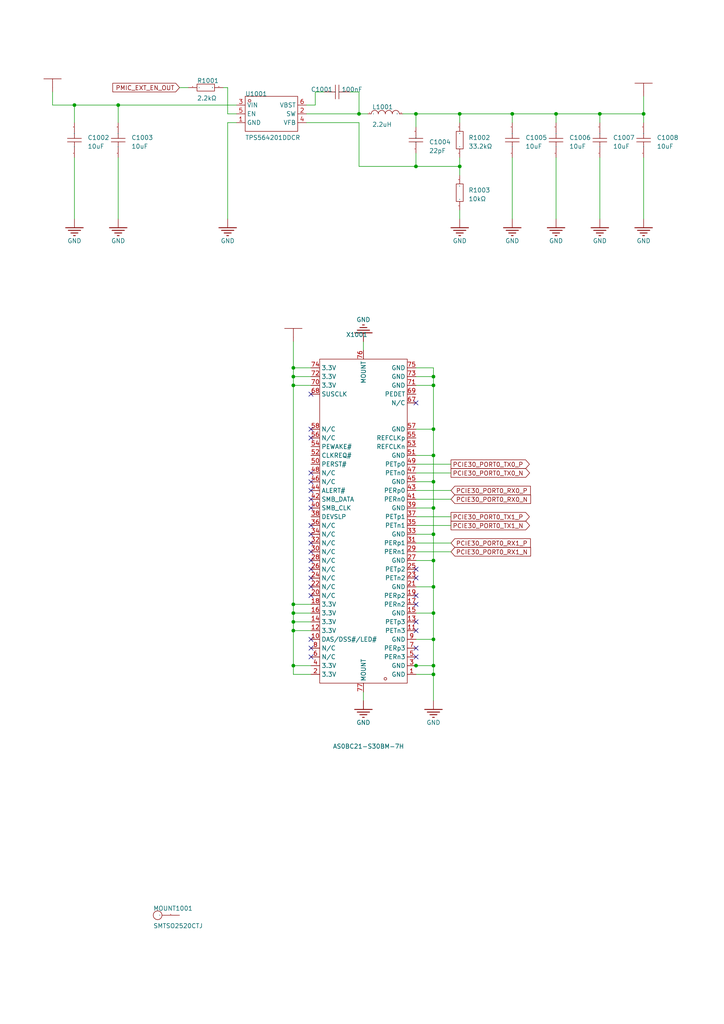
<source format=kicad_sch>
(kicad_sch (version 20250114) (generator "eeschema") (generator_version "9.0")
  (paper "A4" portrait)
  (lib_symbols
    (symbol "mainboard:0402B104K250NT"
      (property "Reference" "C" (at 0 0 0))
      (symbol "0402B104K250NT_1_0"
        (polyline (pts (xy -1.27 0) (xy -0.508 0)))
        (polyline (pts (xy -0.508 2.032) (xy -0.508 -2.032)))
        (polyline (pts (xy 0.508 2.032) (xy 0.508 -2.032)))
        (polyline (pts (xy 0.508 0) (xy 1.27 0)))
        (pin input line (at -3.81 0 0) (length 2.54) (name "1") (number "1"))
        (pin input line (at 3.81 0 180) (length 2.54) (name "2") (number "2"))
      )
    )
    (symbol "mainboard:0402CG220J500NT"
      (property "Reference" "C" (at 0 0 0))
      (symbol "0402CG220J500NT_1_0"
        (polyline (pts (xy -1.27 0) (xy -0.508 0)))
        (polyline (pts (xy -0.508 2.032) (xy -0.508 -2.032)))
        (polyline (pts (xy 0.508 2.032) (xy 0.508 -2.032)))
        (polyline (pts (xy 0.508 0) (xy 1.27 0)))
        (pin input line (at -3.81 0 0) (length 2.54) (name "1") (number "1"))
        (pin input line (at 3.81 0 180) (length 2.54) (name "2") (number "2"))
      )
    )
    (symbol "mainboard:0402WGF3322TCE"
      (property "Reference" "R" (at 0 0 0))
      (symbol "0402WGF3322TCE_1_0"
        (rectangle (start -2.54 -1.016) (end 2.54 1.016))
        (pin input line (at -5.08 0 0) (length 2.54) (name "1") (number "1"))
        (pin input line (at 5.08 0 180) (length 2.54) (name "2") (number "2"))
      )
    )
    (symbol "mainboard:AS0BC21-S30BM-7H"
      (symbol "AS0BC21-S30BM-7H_1_0"
        (rectangle (start -12.7 43.18) (end 12.7 -50.8))
        (circle (center 6.35 -49.53) (radius 0.381))
        (pin input line (at -15.24 40.64 0) (length 2.54) (name "3.3V") (number "74"))
        (pin input line (at -15.24 38.1 0) (length 2.54) (name "3.3V") (number "72"))
        (pin input line (at -15.24 35.56 0) (length 2.54) (name "3.3V") (number "70"))
        (pin input line (at -15.24 33.02 0) (length 2.54) (name "SUSCLK") (number "68"))
        (pin input line (at -15.24 22.86 0) (length 2.54) (name "N/C") (number "58"))
        (pin input line (at -15.24 20.32 0) (length 2.54) (name "N/C") (number "56"))
        (pin input line (at -15.24 17.78 0) (length 2.54) (name "PEWAKE#") (number "54"))
        (pin input line (at -15.24 15.24 0) (length 2.54) (name "CLKREQ#") (number "52"))
        (pin input line (at -15.24 12.7 0) (length 2.54) (name "PERST#") (number "50"))
        (pin input line (at -15.24 10.16 0) (length 2.54) (name "N/C") (number "48"))
        (pin input line (at -15.24 7.5946 0) (length 2.54) (name "N/C") (number "46"))
        (pin input line (at -15.24 5.0546 0) (length 2.54) (name "ALERT#") (number "44"))
        (pin input line (at -15.24 2.5146 0) (length 2.54) (name "SMB_DATA") (number "42"))
        (pin input line (at -15.24 0 0) (length 2.54) (name "SMB_CLK") (number "40"))
        (pin input line (at -15.24 -2.54 0) (length 2.54) (name "DEVSLP") (number "38"))
        (pin input line (at -15.24 -5.08 0) (length 2.54) (name "N/C") (number "36"))
        (pin input line (at -15.24 -7.62 0) (length 2.54) (name "N/C") (number "34"))
        (pin input line (at -15.24 -10.16 0) (length 2.54) (name "N/C") (number "32"))
        (pin input line (at -15.24 -12.7 0) (length 2.54) (name "N/C") (number "30"))
        (pin input line (at -15.24 -15.24 0) (length 2.54) (name "N/C") (number "28"))
        (pin input line (at -15.24 -17.78 0) (length 2.54) (name "N/C") (number "26"))
        (pin input line (at -15.24 -20.32 0) (length 2.54) (name "N/C") (number "24"))
        (pin input line (at -15.24 -22.86 0) (length 2.54) (name "N/C") (number "22"))
        (pin input line (at -15.24 -25.4 0) (length 2.54) (name "N/C") (number "20"))
        (pin input line (at -15.24 -27.94 0) (length 2.54) (name "3.3V") (number "18"))
        (pin input line (at -15.24 -30.48 0) (length 2.54) (name "3.3V") (number "16"))
        (pin input line (at -15.24 -33.02 0) (length 2.54) (name "3.3V") (number "14"))
        (pin input line (at -15.24 -35.56 0) (length 2.54) (name "3.3V") (number "12"))
        (pin input line (at -15.24 -38.1 0) (length 2.54) (name "DAS/DSS#/LED#") (number "10"))
        (pin input line (at -15.2146 -40.64 0) (length 2.54) (name "N/C") (number "8"))
        (pin input line (at -15.2146 -43.18 0) (length 2.54) (name "N/C") (number "6"))
        (pin input line (at -15.2146 -45.72 0) (length 2.54) (name "3.3V") (number "4"))
        (pin input line (at -15.2146 -48.26 0) (length 2.54) (name "3.3V") (number "2"))
        (pin input line (at 0 45.72 270) (length 2.54) (name "MOUNT") (number "76"))
        (pin input line (at 0 -53.34 90) (length 2.54) (name "MOUNT") (number "77"))
        (pin input line (at 15.2146 40.64 180) (length 2.54) (name "GND") (number "75"))
        (pin input line (at 15.2146 38.1 180) (length 2.54) (name "GND") (number "73"))
        (pin input line (at 15.2146 35.56 180) (length 2.54) (name "GND") (number "71"))
        (pin input line (at 15.2146 33.02 180) (length 2.54) (name "PEDET") (number "69"))
        (pin input line (at 15.2146 30.48 180) (length 2.54) (name "N/C") (number "67"))
        (pin input line (at 15.2146 22.86 180) (length 2.54) (name "GND") (number "57"))
        (pin input line (at 15.2146 20.32 180) (length 2.54) (name "REFCLKp") (number "55"))
        (pin input line (at 15.2146 17.78 180) (length 2.54) (name "REFCLKn") (number "53"))
        (pin input line (at 15.2146 15.24 180) (length 2.54) (name "GND") (number "51"))
        (pin input line (at 15.2146 12.7 180) (length 2.54) (name "PETp0") (number "49"))
        (pin input line (at 15.2146 10.16 180) (length 2.54) (name "PETn0") (number "47"))
        (pin input line (at 15.2146 7.62 180) (length 2.54) (name "GND") (number "45"))
        (pin input line (at 15.2146 5.08 180) (length 2.54) (name "PERp0") (number "43"))
        (pin input line (at 15.2146 2.54 180) (length 2.54) (name "PERn0") (number "41"))
        (pin input line (at 15.24 0 180) (length 2.54) (name "GND") (number "39"))
        (pin input line (at 15.24 -2.5146 180) (length 2.54) (name "PETp1") (number "37"))
        (pin input line (at 15.24 -5.0546 180) (length 2.54) (name "PETn1") (number "35"))
        (pin input line (at 15.24 -7.5946 180) (length 2.54) (name "GND") (number "33"))
        (pin input line (at 15.24 -10.1346 180) (length 2.54) (name "PERp1") (number "31"))
        (pin input line (at 15.24 -12.6746 180) (length 2.54) (name "PERn1") (number "29"))
        (pin input line (at 15.24 -15.2146 180) (length 2.54) (name "GND") (number "27"))
        (pin input line (at 15.24 -17.7546 180) (length 2.54) (name "PETp2") (number "25"))
        (pin input line (at 15.24 -20.2946 180) (length 2.54) (name "PETn2") (number "23"))
        (pin input line (at 15.24 -22.86 180) (length 2.54) (name "GND") (number "21"))
        (pin input line (at 15.24 -25.4 180) (length 2.54) (name "PERp2") (number "19"))
        (pin input line (at 15.24 -27.94 180) (length 2.54) (name "PERn2") (number "17"))
        (pin input line (at 15.24 -30.48 180) (length 2.54) (name "GND") (number "15"))
        (pin input line (at 15.24 -33.02 180) (length 2.54) (name "PETp3") (number "13"))
        (pin input line (at 15.24 -35.56 180) (length 2.54) (name "PETn3") (number "11"))
        (pin input line (at 15.24 -38.1 180) (length 2.54) (name "GND") (number "9"))
        (pin input line (at 15.24 -40.64 180) (length 2.54) (name "PERp3") (number "7"))
        (pin input line (at 15.24 -43.18 180) (length 2.54) (name "PERn3") (number "5"))
        (pin input line (at 15.24 -45.72 180) (length 2.54) (name "GND") (number "3"))
        (pin input line (at 15.24 -48.26 180) (length 2.54) (name "GND") (number "1"))
      )
    )
    (symbol "mainboard:CL10A106MA8NRNC"
      (property "Reference" "C" (at 0 0 0))
      (symbol "CL10A106MA8NRNC_1_0"
        (polyline (pts (xy -0.508 0) (xy -2.54 0)))
        (polyline (pts (xy -0.508 -2.032) (xy -0.508 2.032)))
        (polyline (pts (xy 0.508 2.032) (xy 0.508 -2.032)))
        (polyline (pts (xy 2.54 0) (xy 0.508 0)))
        (pin input line (at -5.08 0 0) (length 2.54) (name "1") (number "1"))
        (pin input line (at 5.08 0 180) (length 2.54) (name "2") (number "2"))
      )
    )
    (symbol "mainboard:FTC322512S2R2MBCD"
      (property "Reference" "L" (at 0 0 0))
      (symbol "FTC322512S2R2MBCD_1_0"
        (arc (start -4.064 0) (mid -3.0226 1.016) (end -2.032 0))
        (arc (start -2.032 0) (mid -0.9906 1.016) (end 0 0))
        (arc (start 0 0) (mid 1.016 1.016) (end 2.032 0))
        (arc (start 2.032 0) (mid 3.048 1.016) (end 4.064 0))
        (pin unspecified line (at -5.08 0 0) (length 1.016) (name "1") (number "1"))
        (pin unspecified line (at 5.08 0 180) (length 1.016) (name "2") (number "2"))
      )
    )
    (symbol "mainboard:Ground-GND" (power) (pin_numbers (hide yes)) (pin_names (hide yes))
      (property "Value" "GND" (at 0 -6.35 0))
      (symbol "Ground-GND_1_0"
        (polyline (pts (xy -2.54 -2.54) (xy 2.54 -2.54)) (stroke (width 0.254)))
        (polyline (pts (xy -1.778 -3.302) (xy 1.778 -3.302)) (stroke (width 0.254)))
        (polyline (pts (xy -1.016 -4.064) (xy 1.016 -4.064)) (stroke (width 0.254)))
        (polyline (pts (xy -0.254 -4.826) (xy 0.254 -4.826)) (stroke (width 0.254)))
        (pin power_in line (at 0 0 270) (length 2.54) (name "") (number "1"))
      )
    )
    (symbol "mainboard:Power-5V" (power) (pin_numbers (hide yes)) (pin_names (hide yes))
      (symbol "Power-5V_1_0"
        (polyline (pts (xy -2.54 3.81) (xy 2.54 3.81)))
        (polyline (pts (xy 0 3.81) (xy 0 1.27)))
        (pin power_in line (at 0 0 90) (length 1.27) (name "+3.3V_NVME") (number "1"))
      )
    )
    (symbol "mainboard:RC0402FR-0710KL"
      (property "Reference" "R" (at 0 0 0))
      (symbol "RC0402FR-0710KL_1_0"
        (rectangle (start -2.54 -1.016) (end 2.54 1.016))
        (pin input line (at -5.08 0 0) (length 2.54) (name "1") (number "1"))
        (pin input line (at 5.08 0 180) (length 2.54) (name "2") (number "2"))
      )
    )
    (symbol "mainboard:RC0402FR-072K2L"
      (property "Reference" "R" (at 0 0 0))
      (symbol "RC0402FR-072K2L_1_0"
        (rectangle (start -2.54 -1.016) (end 2.54 1.016))
        (pin input line (at -5.08 0 0) (length 2.54) (name "1") (number "1"))
        (pin input line (at 5.08 0 180) (length 2.54) (name "2") (number "2"))
      )
    )
    (symbol "mainboard:SMTSO2520CTJ"
      (property "Reference" "U" (at 0 0 0))
      (symbol "SMTSO2520CTJ_1_0"
        (circle (center 0 0) (radius 1.27))
        (pin input line (at 6.35 0 180) (length 5.08) (name "1") (number "1"))
      )
    )
    (symbol "mainboard:TPS564201DDCR"
      (symbol "TPS564201DDCR_1_0"
        (rectangle (start -7.62 -5.08) (end 7.62 5.08))
        (circle (center -6.35 3.81) (radius 0.381))
        (pin unspecified line (at -10.16 2.54 0) (length 2.54) (name "VIN") (number "3"))
        (pin unspecified line (at -10.16 0 0) (length 2.54) (name "EN") (number "5"))
        (pin unspecified line (at -10.16 -2.54 0) (length 2.54) (name "GND") (number "1"))
        (pin unspecified line (at 10.16 2.54 180) (length 2.54) (name "VBST") (number "6"))
        (pin unspecified line (at 10.16 0 180) (length 2.54) (name "SW") (number "2"))
        (pin unspecified line (at 10.16 -2.54 180) (length 2.54) (name "VFB") (number "4"))
      )
    )
  )
  (junction (at 125.73 154.94))
  (junction (at 85.09 106.68))
  (junction (at 133.35 33.02))
  (junction (at 148.59 33.02))
  (junction (at 85.09 193.04))
  (junction (at 125.73 139.7))
  (junction (at 125.73 147.32))
  (junction (at 133.35 48.26))
  (junction (at 125.73 195.58))
  (junction (at 104.14 33.02))
  (junction (at 34.29 30.48))
  (junction (at 120.6754 193.04))
  (junction (at 125.73 109.22))
  (junction (at 161.29 33.02))
  (junction (at 85.09 109.22))
  (junction (at 125.73 111.76))
  (junction (at 186.69 33.02))
  (junction (at 85.09 111.76))
  (junction (at 125.73 177.8))
  (junction (at 21.59 30.48))
  (junction (at 120.65 33.02))
  (junction (at 125.73 162.56))
  (junction (at 125.73 193.04))
  (junction (at 125.73 124.46))
  (junction (at 85.09 180.34))
  (junction (at 173.99 33.02))
  (junction (at 125.73 185.42))
  (junction (at 85.09 175.26))
  (junction (at 125.73 132.08))
  (junction (at 125.73 170.18))
  (junction (at 85.09 177.8))
  (junction (at 85.09 182.88))
  (junction (at 120.65 48.26))
  (no_connect (at 90.1954 137.16))
  (no_connect (at 90.1954 127))
  (no_connect (at 90.1954 154.94))
  (no_connect (at 90.1954 114.3))
  (no_connect (at 90.1954 162.56))
  (no_connect (at 120.65 116.84))
  (no_connect (at 90.1954 157.48))
  (no_connect (at 90.1954 139.7254))
  (no_connect (at 90.1954 167.64))
  (no_connect (at 120.6754 187.96))
  (no_connect (at 120.6754 182.88))
  (no_connect (at 120.6754 190.5))
  (no_connect (at 90.1954 147.32))
  (no_connect (at 120.6754 175.26))
  (no_connect (at 90.1954 170.18))
  (no_connect (at 90.2208 187.96))
  (no_connect (at 90.1954 172.72))
  (no_connect (at 120.6754 172.72))
  (no_connect (at 90.1954 142.2654))
  (no_connect (at 120.6754 180.34))
  (no_connect (at 120.6754 167.6146))
  (no_connect (at 90.2208 190.5))
  (no_connect (at 90.1954 144.8054))
  (no_connect (at 90.1954 185.42))
  (no_connect (at 90.1954 160.02))
  (no_connect (at 120.6754 165.0746))
  (no_connect (at 90.1954 165.1))
  (no_connect (at 90.1954 124.46))
  (no_connect (at 90.1954 152.4))
  (wire (pts (xy 130.81 157.48) (xy 120.6754 157.48)))
  (wire (pts (xy 120.65 48.26) (xy 120.65 44.45)))
  (wire (pts (xy 125.73 177.8) (xy 120.6754 177.8)))
  (wire (pts (xy 85.09 177.8) (xy 90.1954 177.8)))
  (wire (pts (xy 125.73 203.2) (xy 125.73 195.58)))
  (wire (pts (xy 15.24 26.67) (xy 15.24 30.48)))
  (wire (pts (xy 125.73 177.8) (xy 125.73 170.18)))
  (wire (pts (xy 125.73 132.08) (xy 125.73 124.46)))
  (wire (pts (xy 125.73 162.56) (xy 120.65 162.56)))
  (wire (pts (xy 85.09 109.22) (xy 85.09 111.76)))
  (wire (pts (xy 173.99 33.02) (xy 173.99 35.56)))
  (wire (pts (xy 125.73 139.7) (xy 120.6754 139.7)))
  (wire (pts (xy 125.73 109.22) (xy 125.73 106.68)))
  (wire (pts (xy 104.14 33.02) (xy 106.68 33.02)))
  (wire (pts (xy 148.59 63.5) (xy 148.59 45.72)))
  (wire (pts (xy 104.14 35.56) (xy 104.14 48.26)))
  (wire (pts (xy 91.44 30.48) (xy 88.9 30.48)))
  (wire (pts (xy 125.73 185.42) (xy 125.73 177.8)))
  (wire (pts (xy 85.09 106.68) (xy 90.17 106.68)))
  (wire (pts (xy 85.09 180.34) (xy 90.1954 180.34)))
  (wire (pts (xy 161.29 63.5) (xy 161.29 45.72)))
  (wire (pts (xy 66.04 25.4) (xy 64.77 25.4)))
  (wire (pts (xy 85.09 175.26) (xy 85.09 177.8)))
  (wire (pts (xy 120.65 33.02) (xy 116.84 33.02)))
  (wire (pts (xy 125.73 111.76) (xy 125.73 109.22)))
  (wire (pts (xy 105.41 101.6) (xy 105.41 99.06)))
  (wire (pts (xy 148.59 33.02) (xy 133.35 33.02)))
  (wire (pts (xy 186.69 63.5) (xy 186.69 45.72)))
  (wire (pts (xy 120.6754 152.4) (xy 130.81 152.4)))
  (wire (pts (xy 93.98 26.67) (xy 91.44 26.67)))
  (wire (pts (xy 85.09 195.58) (xy 90.1954 195.58)))
  (wire (pts (xy 125.73 147.32) (xy 120.6754 147.32)))
  (wire (pts (xy 161.29 33.02) (xy 148.59 33.02)))
  (wire (pts (xy 88.9 33.02) (xy 104.14 33.02)))
  (wire (pts (xy 120.6754 144.78) (xy 130.81 144.78)))
  (wire (pts (xy 125.73 162.56) (xy 125.73 154.94)))
  (wire (pts (xy 85.09 193.04) (xy 90.1954 193.04)))
  (wire (pts (xy 66.04 35.56) (xy 66.04 63.5)))
  (wire (pts (xy 120.65 33.02) (xy 120.65 36.83)))
  (wire (pts (xy 34.29 63.5) (xy 34.29 45.72)))
  (wire (pts (xy 148.59 33.02) (xy 148.59 35.56)))
  (wire (pts (xy 91.44 26.67) (xy 91.44 30.48)))
  (wire (pts (xy 104.14 26.67) (xy 104.14 33.02)))
  (wire (pts (xy 125.73 111.76) (xy 120.65 111.76)))
  (wire (pts (xy 186.69 27.94) (xy 186.69 33.02)))
  (wire (pts (xy 125.73 106.68) (xy 120.65 106.68)))
  (wire (pts (xy 34.29 30.48) (xy 34.29 35.56)))
  (wire (pts (xy 66.04 25.4) (xy 66.04 33.02)))
  (wire (pts (xy 125.73 185.42) (xy 120.6754 185.42)))
  (wire (pts (xy 85.09 182.88) (xy 90.17 182.88)))
  (wire (pts (xy 85.09 99.06) (xy 85.09 106.68)))
  (wire (pts (xy 21.59 30.48) (xy 21.59 35.56)))
  (wire (pts (xy 125.73 154.94) (xy 120.6754 154.94)))
  (wire (pts (xy 120.6754 160.02) (xy 130.81 160.02)))
  (wire (pts (xy 133.35 63.5) (xy 133.35 60.96)))
  (wire (pts (xy 133.35 48.26) (xy 133.35 50.8)))
  (wire (pts (xy 125.73 124.46) (xy 120.6754 124.46)))
  (wire (pts (xy 130.81 134.62) (xy 120.6754 134.62)))
  (wire (pts (xy 125.73 147.32) (xy 125.73 139.7)))
  (wire (pts (xy 85.09 177.8) (xy 85.09 180.34)))
  (wire (pts (xy 101.6 26.67) (xy 104.14 26.67)))
  (wire (pts (xy 120.65 48.26) (xy 104.14 48.26)))
  (wire (pts (xy 125.73 139.7) (xy 125.73 132.08)))
  (wire (pts (xy 85.09 109.22) (xy 90.17 109.22)))
  (wire (pts (xy 133.35 33.02) (xy 133.35 35.56)))
  (wire (pts (xy 125.73 170.18) (xy 125.73 162.56)))
  (wire (pts (xy 133.35 48.26) (xy 133.35 45.72)))
  (wire (pts (xy 125.73 109.22) (xy 120.65 109.22)))
  (wire (pts (xy 133.35 33.02) (xy 120.65 33.02)))
  (wire (pts (xy 173.99 33.02) (xy 186.69 33.02)))
  (wire (pts (xy 125.73 154.94) (xy 125.73 147.32)))
  (wire (pts (xy 173.99 33.02) (xy 161.29 33.02)))
  (wire (pts (xy 186.69 33.02) (xy 186.69 35.56)))
  (wire (pts (xy 85.09 111.76) (xy 90.17 111.76)))
  (wire (pts (xy 68.58 33.02) (xy 66.04 33.02)))
  (wire (pts (xy 68.58 35.56) (xy 66.04 35.56)))
  (wire (pts (xy 125.73 124.46) (xy 125.73 111.76)))
  (wire (pts (xy 88.9 35.56) (xy 104.14 35.56)))
  (wire (pts (xy 85.09 111.76) (xy 85.09 175.26)))
  (wire (pts (xy 125.73 195.58) (xy 120.6754 195.58)))
  (wire (pts (xy 125.73 195.58) (xy 125.73 193.04)))
  (wire (pts (xy 125.73 132.08) (xy 120.65 132.08)))
  (wire (pts (xy 120.6754 193.04) (xy 120.65 193.04)))
  (wire (pts (xy 34.29 30.48) (xy 21.59 30.48)))
  (wire (pts (xy 85.09 175.26) (xy 90.1954 175.26)))
  (wire (pts (xy 34.29 30.48) (xy 68.58 30.48)))
  (wire (pts (xy 161.29 33.02) (xy 161.29 35.56)))
  (wire (pts (xy 120.65 48.26) (xy 133.35 48.26)))
  (wire (pts (xy 173.99 63.5) (xy 173.99 45.72)))
  (wire (pts (xy 52.07 25.4) (xy 54.61 25.4)))
  (wire (pts (xy 125.73 170.18) (xy 120.6754 170.18)))
  (wire (pts (xy 85.09 180.34) (xy 85.09 182.88)))
  (wire (pts (xy 21.59 63.5) (xy 21.59 45.72)))
  (wire (pts (xy 125.73 193.04) (xy 125.73 185.42)))
  (wire (pts (xy 120.6754 137.16) (xy 130.81 137.16)))
  (wire (pts (xy 21.59 30.48) (xy 15.24 30.48)))
  (wire (pts (xy 85.09 193.04) (xy 85.09 195.58)))
  (wire (pts (xy 85.09 182.88) (xy 85.09 193.04)))
  (wire (pts (xy 125.73 193.04) (xy 120.6754 193.04)))
  (wire (pts (xy 130.81 142.24) (xy 120.6754 142.24)))
  (wire (pts (xy 130.81 149.86) (xy 120.6754 149.86)))
  (wire (pts (xy 105.41 200.66) (xy 105.41 203.2)))
  (wire (pts (xy 85.09 106.68) (xy 85.09 109.22)))
  (global_label "PCIE30_PORT0_TX0_P" (shape output) (at 130.81 134.62 0) (property "Intersheetrefs" "${INTERSHEET_REFS}" (effects (hide yes))))
  (global_label "PCIE30_PORT0_TX1_N" (shape output) (at 130.81 152.4 0) (property "Intersheetrefs" "${INTERSHEET_REFS}" (effects (hide yes))))
  (global_label "PCIE30_PORT0_RX0_P" (shape input) (at 130.81 142.24 0) (property "Intersheetrefs" "${INTERSHEET_REFS}" (effects (hide yes))))
  (global_label "PCIE30_PORT0_RX1_N" (shape input) (at 130.81 160.02 0) (property "Intersheetrefs" "${INTERSHEET_REFS}" (effects (hide yes))))
  (global_label "PCIE30_PORT0_TX0_N" (shape output) (at 130.81 137.16 0) (property "Intersheetrefs" "${INTERSHEET_REFS}" (effects (hide yes))))
  (global_label "PCIE30_PORT0_RX1_P" (shape input) (at 130.81 157.48 0) (property "Intersheetrefs" "${INTERSHEET_REFS}" (effects (hide yes))))
  (global_label "PCIE30_PORT0_TX1_P" (shape output) (at 130.81 149.86 0) (property "Intersheetrefs" "${INTERSHEET_REFS}" (effects (hide yes))))
  (global_label "PMIC_EXT_EN_OUT" (shape input) (at 52.07 25.4 180) (property "Intersheetrefs" "${INTERSHEET_REFS}" (effects (hide yes))))
  (global_label "PCIE30_PORT0_RX0_N" (shape input) (at 130.81 144.78 0) (property "Intersheetrefs" "${INTERSHEET_REFS}" (effects (hide yes))))
  (symbol (lib_id "mainboard:RC0402FR-0710KL") (at 133.35 55.88 90) (unit 1)
    (property "Reference" "R1003" (at 135.89 55.88 90) (effects (justify right top)))
    (property "Value" "10kΩ" (at 135.89 58.42 90) (effects (justify right top)))
    (property "Footprint" "mainboard:R0402" (effects (hide yes)))
    (property "Datasheet" "https://atta.szlcsc.com/upload/public/pdf/source/20170925/C131467_1506321478108990263.pdf" (effects (hide yes)))
    (property "Description" "Type:Thick Film Resistors Resistance: Tolerance:±1% Tolerance:±1% Power(Watts): Overload Voltage (Max): Temperature Coefficient:±100ppm/°C Temperature Coefficient:±100ppm/°C Operating Temperature Range:-55°C~+155°C Operating Temperature Range:-55°C~+155°C" (effects (hide yes)))
    (property "Manufacturer Part" "RC0402FR-0710KL" (effects (hide yes)))
    (property "Manufacturer" "YAGEO(国巨)" (effects (hide yes)))
    (property "Supplier Part" "C60490" (effects (hide yes)))
    (property "Supplier" "LCSC" (effects (hide yes)))
    (property "LCSC Part Name" "厚膜电阻 10kΩ ±1% 62.5mW" (effects (hide yes)))
  )
  (symbol (lib_id "mainboard:CL10A106MA8NRNC") (at 21.59 40.64 90) (unit 1)
    (property "Reference" "C1002" (at 25.4 40.64 90) (effects (justify right top)))
    (property "Value" "10uF" (at 25.4 43.18 90) (effects (justify right top)))
    (property "Footprint" "mainboard:C0603" (effects (hide yes)))
    (property "Datasheet" "https://atta.szlcsc.com/upload/public/pdf/source/20160218/1457707763339.pdf" (effects (hide yes)))
    (property "Description" "Capacitance: Tolerance:±20% Tolerance:±20% Voltage Rated: Temperature Coefficient:" (effects (hide yes)))
    (property "Manufacturer Part" "CL10A106MA8NRNC" (effects (hide yes)))
    (property "Manufacturer" "SAMSUNG(三星)" (effects (hide yes)))
    (property "Supplier Part" "C96446" (effects (hide yes)))
    (property "Supplier" "LCSC" (effects (hide yes)))
    (property "LCSC Part Name" "10uF ±20% 25V" (effects (hide yes)))
  )
  (symbol (lib_id "mainboard:Ground-GND") (at 173.99 63.5 0) (unit 1)
    (property "Reference" "#PWR01009" (effects (hide yes)))
    (property "Value" "GND" (at 173.99 69.85 0))
    (property "Footprint" "mainboard:" (effects (hide yes)))
  )
  (symbol (lib_id "mainboard:Ground-GND") (at 105.41 99.06 180) (unit 1)
    (property "Reference" "#PWR01012" (effects (hide yes)))
    (property "Value" "GND" (at 105.41 92.71 0))
    (property "Footprint" "mainboard:" (effects (hide yes)))
  )
  (symbol (lib_id "mainboard:CL10A106MA8NRNC") (at 173.99 40.64 90) (unit 1)
    (property "Reference" "C1007" (at 177.8 40.64 90) (effects (justify right top)))
    (property "Value" "10uF" (at 177.8 43.18 90) (effects (justify right top)))
    (property "Footprint" "mainboard:C0603" (effects (hide yes)))
    (property "Datasheet" "https://atta.szlcsc.com/upload/public/pdf/source/20160218/1457707763339.pdf" (effects (hide yes)))
    (property "Description" "Capacitance: Tolerance:±20% Tolerance:±20% Voltage Rated: Temperature Coefficient:" (effects (hide yes)))
    (property "Manufacturer Part" "CL10A106MA8NRNC" (effects (hide yes)))
    (property "Manufacturer" "SAMSUNG(三星)" (effects (hide yes)))
    (property "Supplier Part" "C96446" (effects (hide yes)))
    (property "Supplier" "LCSC" (effects (hide yes)))
    (property "LCSC Part Name" "10uF ±20% 25V" (effects (hide yes)))
  )
  (symbol (lib_id "mainboard:Ground-GND") (at 125.73 203.2 0) (unit 1)
    (property "Reference" "#PWR01014" (effects (hide yes)))
    (property "Value" "GND" (at 125.73 209.55 0))
    (property "Footprint" "mainboard:" (effects (hide yes)))
  )
  (symbol (lib_id "mainboard:Power-5V") (at 85.09 99.06 0) (unit 1)
    (property "Reference" "#PWR01011" (effects (hide yes)))
    (property "Value" "+3.3V_NVME" (effects (hide yes)))
    (property "Footprint" "mainboard:" (effects (hide yes)))
    (property "Description" "Power-5V" (effects (hide yes)))
  )
  (symbol (lib_id "mainboard:AS0BC21-S30BM-7H") (at 105.4354 147.32 0) (unit 1)
    (property "Reference" "X1001" (at 100.3554 97.79 0) (effects (justify left bottom)))
    (property "Value" "AS0BC21-S30BM-7H" (at 96.52 217.17 0) (effects (justify left bottom)))
    (property "Footprint" "mainboard:CONN-SMD_AS0BC21-S30BM-7H" (effects (hide yes)))
    (property "Datasheet" "https://atta.szlcsc.com/upload/public/pdf/source/20210603/C2832351_A0FE7709CFF96E1BD00AC1F23AB3C8B1.pdf" (effects (hide yes)))
    (property "Description" "Connector Type:M.2 Pitch:0.5mm Mounting Style:卧贴 Height Above Board:3mm Operating Temperature Range:-40°C~+80°C Operating Temperature Range:-40°C~+80°C" (effects (hide yes)))
    (property "Manufacturer Part" "AS0BC21-S30BM-7H" (effects (hide yes)))
    (property "Manufacturer" "FOXCONN(富士康)" (effects (hide yes)))
    (property "Supplier Part" "C2832351" (effects (hide yes)))
    (property "Supplier" "LCSC" (effects (hide yes)))
    (property "LCSC Part Name" "0.5mm" (effects (hide yes)))
  )
  (symbol (lib_id "mainboard:0402B104K250NT") (at 97.79 26.67 0) (unit 1)
    (property "Reference" "C1001" (at 90.17 26.67 0) (effects (justify left bottom)))
    (property "Value" "100nF" (at 99.06 26.67 0) (effects (justify left bottom)))
    (property "Footprint" "mainboard:C0402" (effects (hide yes)))
    (property "Datasheet" "https://atta.szlcsc.com/upload/public/pdf/source/20200305/C486355_26A10D38EF8C2A5C37091D0039909270.pdf" (effects (hide yes)))
    (property "Description" "Capacitance:100nF Tolerance:±10% Tolerance:±10% Voltage Rated: Temperature Coefficient:" (effects (hide yes)))
    (property "Manufacturer Part" "0402B104K250NT" (effects (hide yes)))
    (property "Manufacturer" "FH(风华)" (effects (hide yes)))
    (property "Supplier Part" "C56392" (effects (hide yes)))
    (property "Supplier" "LCSC" (effects (hide yes)))
    (property "LCSC Part Name" "100nF ±10% 25V" (effects (hide yes)))
  )
  (symbol (lib_id "mainboard:CL10A106MA8NRNC") (at 186.69 40.64 90) (unit 1)
    (property "Reference" "C1008" (at 190.5 40.64 90) (effects (justify right top)))
    (property "Value" "10uF" (at 190.5 43.18 90) (effects (justify right top)))
    (property "Footprint" "mainboard:C0603" (effects (hide yes)))
    (property "Datasheet" "https://atta.szlcsc.com/upload/public/pdf/source/20160218/1457707763339.pdf" (effects (hide yes)))
    (property "Description" "Capacitance: Tolerance:±20% Tolerance:±20% Voltage Rated: Temperature Coefficient:" (effects (hide yes)))
    (property "Manufacturer Part" "CL10A106MA8NRNC" (effects (hide yes)))
    (property "Manufacturer" "SAMSUNG(三星)" (effects (hide yes)))
    (property "Supplier Part" "C96446" (effects (hide yes)))
    (property "Supplier" "LCSC" (effects (hide yes)))
    (property "LCSC Part Name" "10uF ±20% 25V" (effects (hide yes)))
  )
  (symbol (lib_id "mainboard:CL10A106MA8NRNC") (at 148.59 40.64 90) (unit 1)
    (property "Reference" "C1005" (at 152.4 40.64 90) (effects (justify right top)))
    (property "Value" "10uF" (at 152.4 43.18 90) (effects (justify right top)))
    (property "Footprint" "mainboard:C0603" (effects (hide yes)))
    (property "Datasheet" "https://atta.szlcsc.com/upload/public/pdf/source/20160218/1457707763339.pdf" (effects (hide yes)))
    (property "Description" "Capacitance: Tolerance:±20% Tolerance:±20% Voltage Rated: Temperature Coefficient:" (effects (hide yes)))
    (property "Manufacturer Part" "CL10A106MA8NRNC" (effects (hide yes)))
    (property "Manufacturer" "SAMSUNG(三星)" (effects (hide yes)))
    (property "Supplier Part" "C96446" (effects (hide yes)))
    (property "Supplier" "LCSC" (effects (hide yes)))
    (property "LCSC Part Name" "10uF ±20% 25V" (effects (hide yes)))
  )
  (symbol (lib_id "mainboard:FTC322512S2R2MBCD") (at 111.76 33.02 0) (unit 1)
    (property "Reference" "L1001" (at 107.95 31.75 0) (effects (justify left bottom)))
    (property "Value" "2.2uH" (at 107.95 36.83 0) (effects (justify left bottom)))
    (property "Footprint" "mainboard:IND-SMD_L3.2-W2.5-LQH32CN1R0M53L" (effects (hide yes)))
    (property "Datasheet" "https://atta.szlcsc.com/upload/public/pdf/source/20240521/301CE7579003F51A221BB92B219EDA58.pdf" (effects (hide yes)))
    (property "Description" "Inductance: Tolerance:±20% Tolerance:±20% Rated Current: Saturation Current (Isat):5A DC Resistance (DCR): Type:一体成型电感" (effects (hide yes)))
    (property "Manufacturer Part" "FTC322512S2R2MBCD" (effects (hide yes)))
    (property "Manufacturer" "cjiang(长江微电)" (effects (hide yes)))
    (property "Supplier Part" "C22400409" (effects (hide yes)))
    (property "Supplier" "LCSC" (effects (hide yes)))
    (property "LCSC Part Name" "2.2uH ±20% 5A" (effects (hide yes)))
  )
  (symbol (lib_id "mainboard:Ground-GND") (at 105.41 203.2 0) (unit 1)
    (property "Reference" "#PWR01013" (effects (hide yes)))
    (property "Value" "GND" (at 105.41 209.55 0))
    (property "Footprint" "mainboard:" (effects (hide yes)))
  )
  (symbol (lib_id "mainboard:RC0402FR-072K2L") (at 59.69 25.4 0) (unit 1)
    (property "Reference" "R1001" (at 57.15 24.13 0) (effects (justify left bottom)))
    (property "Value" "2.2kΩ" (at 57.15 29.21 0) (effects (justify left bottom)))
    (property "Footprint" "mainboard:R0402" (effects (hide yes)))
    (property "Datasheet" "https://atta.szlcsc.com/upload/public/pdf/source/20180821/C275644_0D56F95EFF785E7D9A1FEF436B37DA78.pdf" (effects (hide yes)))
    (property "Description" "Type:Thick Film Resistors Resistance: Tolerance:±1% Tolerance:±1% Power(Watts): Overload Voltage (Max): Temperature Coefficient:±100ppm/°C Temperature Coefficient:±100ppm/°C Operating Temperature Range:-55°C~+155°C Operating Temperature Range:-55°C~+155°C" (effects (hide yes)))
    (property "Manufacturer Part" "RC0402FR-072K2L" (effects (hide yes)))
    (property "Manufacturer" "YAGEO(国巨)" (effects (hide yes)))
    (property "Supplier Part" "C114762" (effects (hide yes)))
    (property "Supplier" "LCSC" (effects (hide yes)))
    (property "LCSC Part Name" "厚膜电阻 2.2kΩ ±1% 62.5mW" (effects (hide yes)))
  )
  (symbol (lib_id "mainboard:Ground-GND") (at 148.59 63.5 0) (unit 1)
    (property "Reference" "#PWR01007" (effects (hide yes)))
    (property "Value" "GND" (at 148.59 69.85 0))
    (property "Footprint" "mainboard:" (effects (hide yes)))
  )
  (symbol (lib_id "mainboard:Ground-GND") (at 34.29 63.5 0) (unit 1)
    (property "Reference" "#PWR01004" (effects (hide yes)))
    (property "Value" "GND" (at 34.29 69.85 0))
    (property "Footprint" "mainboard:" (effects (hide yes)))
  )
  (symbol (lib_id "mainboard:SMTSO2520CTJ") (at 45.72 265.43 0) (unit 1)
    (property "Reference" "MOUNT1001" (at 44.45 264.16 0) (effects (justify left bottom)))
    (property "Value" "SMTSO2520CTJ" (at 44.45 269.24 0) (effects (justify left bottom)))
    (property "Footprint" "mainboard:SMD_BD5.6-L5.6-W5.6-D4.1" (effects (hide yes)))
    (property "Datasheet" "https://atta.szlcsc.com/upload/public/pdf/source/20211122/17CF5E24EB4D4DC090A80DE3D7DE5E21.pdf" (effects (hide yes)))
    (property "Description" "specifications:M2.5X2 surface treatment:镀锡 Product Description:- material quality:- model:SMTSO2520CTJ brand:Sinhoo(雄和远景)" (effects (hide yes)))
    (property "Manufacturer Part" "SMTSO2520CTJ" (effects (hide yes)))
    (property "Manufacturer" "Sinhoo(雄和远景)" (effects (hide yes)))
    (property "Supplier Part" "C2915630" (effects (hide yes)))
    (property "Supplier" "LCSC" (effects (hide yes)))
    (property "LCSC Part Name" "雄和远景，电路板表贴圆螺母柱，M2.5X2，铜镀锡,1个" (effects (hide yes)))
  )
  (symbol (lib_id "mainboard:0402CG220J500NT") (at 120.65 40.64 90) (unit 1)
    (property "Reference" "C1004" (at 124.46 41.91 90) (effects (justify right top)))
    (property "Value" "22pF" (at 124.46 44.45 90) (effects (justify right top)))
    (property "Footprint" "mainboard:C0402" (effects (hide yes)))
    (property "Datasheet" "https://atta.szlcsc.com/upload/public/pdf/source/20200305/C486355_26A10D38EF8C2A5C37091D0039909270.pdf" (effects (hide yes)))
    (property "Description" "Capacitance: Tolerance:±5% Tolerance:±5% Voltage Rated: Temperature Coefficient:" (effects (hide yes)))
    (property "Manufacturer Part" "0402CG220J500NT" (effects (hide yes)))
    (property "Manufacturer" "FH(风华)" (effects (hide yes)))
    (property "Supplier Part" "C1555" (effects (hide yes)))
    (property "Supplier" "LCSC" (effects (hide yes)))
    (property "LCSC Part Name" "22pF ±5% 50V" (effects (hide yes)))
  )
  (symbol (lib_id "mainboard:CL10A106MA8NRNC") (at 161.29 40.64 90) (unit 1)
    (property "Reference" "C1006" (at 165.1 40.64 90) (effects (justify right top)))
    (property "Value" "10uF" (at 165.1 43.18 90) (effects (justify right top)))
    (property "Footprint" "mainboard:C0603" (effects (hide yes)))
    (property "Datasheet" "https://atta.szlcsc.com/upload/public/pdf/source/20160218/1457707763339.pdf" (effects (hide yes)))
    (property "Description" "Capacitance: Tolerance:±20% Tolerance:±20% Voltage Rated: Temperature Coefficient:" (effects (hide yes)))
    (property "Manufacturer Part" "CL10A106MA8NRNC" (effects (hide yes)))
    (property "Manufacturer" "SAMSUNG(三星)" (effects (hide yes)))
    (property "Supplier Part" "C96446" (effects (hide yes)))
    (property "Supplier" "LCSC" (effects (hide yes)))
    (property "LCSC Part Name" "10uF ±20% 25V" (effects (hide yes)))
  )
  (symbol (lib_id "mainboard:Power-5V") (at 186.69 27.94 0) (unit 1)
    (property "Reference" "#PWR01002" (effects (hide yes)))
    (property "Value" "+3.3V_NVME" (effects (hide yes)))
    (property "Footprint" "mainboard:" (effects (hide yes)))
    (property "Description" "Power-5V" (effects (hide yes)))
  )
  (symbol (lib_id "mainboard:CL10A106MA8NRNC") (at 34.29 40.64 90) (unit 1)
    (property "Reference" "C1003" (at 38.1 40.64 90) (effects (justify right top)))
    (property "Value" "10uF" (at 38.1 43.18 90) (effects (justify right top)))
    (property "Footprint" "mainboard:C0603" (effects (hide yes)))
    (property "Datasheet" "https://atta.szlcsc.com/upload/public/pdf/source/20160218/1457707763339.pdf" (effects (hide yes)))
    (property "Description" "Capacitance: Tolerance:±20% Tolerance:±20% Voltage Rated: Temperature Coefficient:" (effects (hide yes)))
    (property "Manufacturer Part" "CL10A106MA8NRNC" (effects (hide yes)))
    (property "Manufacturer" "SAMSUNG(三星)" (effects (hide yes)))
    (property "Supplier Part" "C96446" (effects (hide yes)))
    (property "Supplier" "LCSC" (effects (hide yes)))
    (property "LCSC Part Name" "10uF ±20% 25V" (effects (hide yes)))
  )
  (symbol (lib_id "mainboard:Power-5V") (at 15.24 26.67 0) (unit 1)
    (property "Reference" "#PWR01001" (effects (hide yes)))
    (property "Value" "+12V" (effects (hide yes)))
    (property "Footprint" "mainboard:" (effects (hide yes)))
    (property "Description" "Power-5V" (effects (hide yes)))
  )
  (symbol (lib_id "mainboard:Ground-GND") (at 133.35 63.5 0) (unit 1)
    (property "Reference" "#PWR01006" (effects (hide yes)))
    (property "Value" "GND" (at 133.35 69.85 0))
    (property "Footprint" "mainboard:" (effects (hide yes)))
  )
  (symbol (lib_id "mainboard:0402WGF3322TCE") (at 133.35 40.64 90) (unit 1)
    (property "Reference" "R1002" (at 135.89 40.64 90) (effects (justify right top)))
    (property "Value" "33.2kΩ" (at 135.89 43.18 90) (effects (justify right top)))
    (property "Footprint" "mainboard:R0402" (effects (hide yes)))
    (property "Datasheet" "https://atta.szlcsc.com/upload/public/pdf/source/20200306/C422600_1E6D84923E4A46A82E41ADD87F860B5C.pdf" (effects (hide yes)))
    (property "Description" "Type:Thick Film Resistors Resistance:33.2kΩ Tolerance:±1% Tolerance:±1% Power(Watts): Overload Voltage (Max): Temperature Coefficient:±100ppm/°C Temperature Coefficient:±100ppm/°C Operating Temperature Range:-55°C~+155°C Operating Temperature Range:-55°C~+155°C" (effects (hide yes)))
    (property "Manufacturer Part" "0402WGF3322TCE" (effects (hide yes)))
    (property "Manufacturer" "UNI-ROYAL(厚声)" (effects (hide yes)))
    (property "Supplier Part" "C122548" (effects (hide yes)))
    (property "Supplier" "LCSC" (effects (hide yes)))
    (property "LCSC Part Name" "33.2kΩ ±1% 62.5mW 厚膜电阻" (effects (hide yes)))
  )
  (symbol (lib_id "mainboard:Ground-GND") (at 161.29 63.5 0) (unit 1)
    (property "Reference" "#PWR01008" (effects (hide yes)))
    (property "Value" "GND" (at 161.29 69.85 0))
    (property "Footprint" "mainboard:" (effects (hide yes)))
  )
  (symbol (lib_id "mainboard:Ground-GND") (at 66.04 63.5 0) (unit 1)
    (property "Reference" "#PWR01005" (effects (hide yes)))
    (property "Value" "GND" (at 66.04 69.85 0))
    (property "Footprint" "mainboard:" (effects (hide yes)))
  )
  (symbol (lib_id "mainboard:TPS564201DDCR") (at 78.74 33.02 0) (unit 1)
    (property "Reference" "U1001" (at 71.12 27.94 0) (effects (justify left bottom)))
    (property "Value" "TPS564201DDCR" (at 71.12 40.64 0) (effects (justify left bottom)))
    (property "Footprint" "mainboard:SOT-23-6_L2.9-W1.6-P0.95-LS2.8-BL" (effects (hide yes)))
    (property "Datasheet" "https://www.ti.com/cn/lit/gpn/tps564201" (effects (hide yes)))
    (property "Description" "Function:Step-down type Output Type:Adjustable Input Voltage:4.5V~17V Input Voltage:4.5V~17V Output Voltage:760mV~7V Output Voltage:760mV~7V Output Current:4A Switching Frequency:560kHz Switching Frequency:560kHz Operating Temperature:-40°C~+125°C Operating" (effects (hide yes)))
    (property "Manufacturer Part" "TPS564201DDCR" (effects (hide yes)))
    (property "Manufacturer" "TI(德州仪器)" (effects (hide yes)))
    (property "Supplier Part" "C464812" (effects (hide yes)))
    (property "Supplier" "LCSC" (effects (hide yes)))
    (property "LCSC Part Name" "4.5V至17V输入，4A同步降压电压调节器" (effects (hide yes)))
  )
  (symbol (lib_id "mainboard:Ground-GND") (at 21.59 63.5 0) (unit 1)
    (property "Reference" "#PWR01003" (effects (hide yes)))
    (property "Value" "GND" (at 21.59 69.85 0))
    (property "Footprint" "mainboard:" (effects (hide yes)))
  )
  (symbol (lib_id "mainboard:Ground-GND") (at 186.69 63.5 0) (unit 1)
    (property "Reference" "#PWR01010" (effects (hide yes)))
    (property "Value" "GND" (at 186.69 69.85 0))
    (property "Footprint" "mainboard:" (effects (hide yes)))
  )
)
</source>
